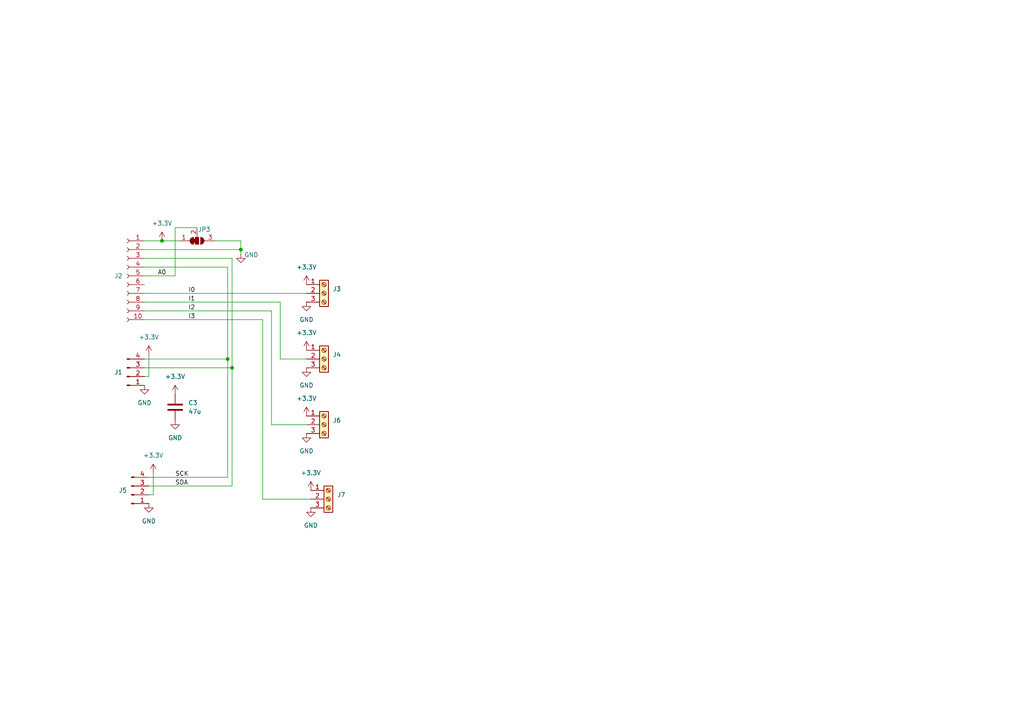
<source format=kicad_sch>
(kicad_sch (version 20250114) (generator "eeschema") (generator_version "9.0")
  (paper "A4")
  (title_block (title "Makeomatic Sensor Board (ASD1115)"))
  (lib_symbols
    (symbol "Connector:Conn_01x04_Pin" (pin_names (offset 1.016) (hide yes))
      (property "Reference" "J" (at 0 5.08 0))
      (property "Value" "Conn_01x04_Pin" (at 0 -7.62 0))
      (symbol "Conn_01x04_Pin_1_1"
        (rectangle (start 0.8636 2.667) (end 0 2.413) (stroke (width 0.1524)) (fill (type outline)))
        (rectangle (start 0.8636 0.127) (end 0 -0.127) (stroke (width 0.1524)) (fill (type outline)))
        (rectangle (start 0.8636 -2.413) (end 0 -2.667) (stroke (width 0.1524)) (fill (type outline)))
        (rectangle (start 0.8636 -4.953) (end 0 -5.207) (stroke (width 0.1524)) (fill (type outline)))
        (polyline (pts (xy 1.27 2.54) (xy 0.8636 2.54)) (stroke (width 0.1524)))
        (polyline (pts (xy 1.27 0) (xy 0.8636 0)) (stroke (width 0.1524)))
        (polyline (pts (xy 1.27 -2.54) (xy 0.8636 -2.54)) (stroke (width 0.1524)))
        (polyline (pts (xy 1.27 -5.08) (xy 0.8636 -5.08)) (stroke (width 0.1524)))
        (pin passive line (at 5.08 2.54 180) (length 3.81) (name "Pin_1") (number "1"))
        (pin passive line (at 5.08 0 180) (length 3.81) (name "Pin_2") (number "2"))
        (pin passive line (at 5.08 -2.54 180) (length 3.81) (name "Pin_3") (number "3"))
        (pin passive line (at 5.08 -5.08 180) (length 3.81) (name "Pin_4") (number "4"))
      )
    )
    (symbol "Connector:Conn_01x10_Socket" (pin_names (offset 1.016) (hide yes))
      (property "Reference" "J" (at 0 12.7 0))
      (property "Value" "Conn_01x10_Socket" (at 0 -15.24 0))
      (symbol "Conn_01x10_Socket_1_1"
        (polyline (pts (xy -1.27 10.16) (xy -0.508 10.16)) (stroke (width 0.1524)))
        (polyline (pts (xy -1.27 7.62) (xy -0.508 7.62)) (stroke (width 0.1524)))
        (polyline (pts (xy -1.27 5.08) (xy -0.508 5.08)) (stroke (width 0.1524)))
        (polyline (pts (xy -1.27 2.54) (xy -0.508 2.54)) (stroke (width 0.1524)))
        (polyline (pts (xy -1.27 0) (xy -0.508 0)) (stroke (width 0.1524)))
        (polyline (pts (xy -1.27 -2.54) (xy -0.508 -2.54)) (stroke (width 0.1524)))
        (polyline (pts (xy -1.27 -5.08) (xy -0.508 -5.08)) (stroke (width 0.1524)))
        (polyline (pts (xy -1.27 -7.62) (xy -0.508 -7.62)) (stroke (width 0.1524)))
        (polyline (pts (xy -1.27 -10.16) (xy -0.508 -10.16)) (stroke (width 0.1524)))
        (polyline (pts (xy -1.27 -12.7) (xy -0.508 -12.7)) (stroke (width 0.1524)))
        (arc (start 0 9.652) (mid -0.5058 10.16) (end 0 10.668) (stroke (width 0.1524)))
        (arc (start 0 7.112) (mid -0.5058 7.62) (end 0 8.128) (stroke (width 0.1524)))
        (arc (start 0 4.572) (mid -0.5058 5.08) (end 0 5.588) (stroke (width 0.1524)))
        (arc (start 0 2.032) (mid -0.5058 2.54) (end 0 3.048) (stroke (width 0.1524)))
        (arc (start 0 -0.508) (mid -0.5058 0) (end 0 0.508) (stroke (width 0.1524)))
        (arc (start 0 -3.048) (mid -0.5058 -2.54) (end 0 -2.032) (stroke (width 0.1524)))
        (arc (start 0 -5.588) (mid -0.5058 -5.08) (end 0 -4.572) (stroke (width 0.1524)))
        (arc (start 0 -8.128) (mid -0.5058 -7.62) (end 0 -7.112) (stroke (width 0.1524)))
        (arc (start 0 -10.668) (mid -0.5058 -10.16) (end 0 -9.652) (stroke (width 0.1524)))
        (arc (start 0 -13.208) (mid -0.5058 -12.7) (end 0 -12.192) (stroke (width 0.1524)))
        (pin passive line (at -5.08 10.16 0) (length 3.81) (name "Pin_1") (number "1"))
        (pin passive line (at -5.08 7.62 0) (length 3.81) (name "Pin_2") (number "2"))
        (pin passive line (at -5.08 5.08 0) (length 3.81) (name "Pin_3") (number "3"))
        (pin passive line (at -5.08 2.54 0) (length 3.81) (name "Pin_4") (number "4"))
        (pin passive line (at -5.08 0 0) (length 3.81) (name "Pin_5") (number "5"))
        (pin passive line (at -5.08 -2.54 0) (length 3.81) (name "Pin_6") (number "6"))
        (pin passive line (at -5.08 -5.08 0) (length 3.81) (name "Pin_7") (number "7"))
        (pin passive line (at -5.08 -7.62 0) (length 3.81) (name "Pin_8") (number "8"))
        (pin passive line (at -5.08 -10.16 0) (length 3.81) (name "Pin_9") (number "9"))
        (pin passive line (at -5.08 -12.7 0) (length 3.81) (name "Pin_10") (number "10"))
      )
    )
    (symbol "Connector:Screw_Terminal_01x03" (pin_names (offset 1.016) (hide yes))
      (property "Reference" "J" (at 0 5.08 0))
      (property "Value" "Screw_Terminal_01x03" (at 0 -5.08 0))
      (symbol "Screw_Terminal_01x03_1_1"
        (rectangle (start -1.27 3.81) (end 1.27 -3.81) (stroke (width 0.254)) (fill (type background)))
        (polyline (pts (xy -0.5334 2.8702) (xy 0.3302 2.032)) (stroke (width 0.1524)))
        (polyline (pts (xy -0.5334 0.3302) (xy 0.3302 -0.508)) (stroke (width 0.1524)))
        (polyline (pts (xy -0.5334 -2.2098) (xy 0.3302 -3.048)) (stroke (width 0.1524)))
        (polyline (pts (xy -0.3556 3.048) (xy 0.508 2.2098)) (stroke (width 0.1524)))
        (polyline (pts (xy -0.3556 0.508) (xy 0.508 -0.3302)) (stroke (width 0.1524)))
        (polyline (pts (xy -0.3556 -2.032) (xy 0.508 -2.8702)) (stroke (width 0.1524)))
        (circle (center 0 2.54) (radius 0.635) (stroke (width 0.1524)))
        (circle (center 0 0) (radius 0.635) (stroke (width 0.1524)))
        (circle (center 0 -2.54) (radius 0.635) (stroke (width 0.1524)))
        (pin passive line (at -5.08 2.54 0) (length 3.81) (name "Pin_1") (number "1"))
        (pin passive line (at -5.08 0 0) (length 3.81) (name "Pin_2") (number "2"))
        (pin passive line (at -5.08 -2.54 0) (length 3.81) (name "Pin_3") (number "3"))
      )
    )
    (symbol "Device:C" (pin_numbers (hide yes)) (pin_names (offset 0.254))
      (property "Reference" "C" (at 0.635 2.54 0))
      (property "Value" "C" (at 0.635 -2.54 0))
      (symbol "C_0_1"
        (polyline (pts (xy -2.032 0.762) (xy 2.032 0.762)) (stroke (width 0.508)))
        (polyline (pts (xy -2.032 -0.762) (xy 2.032 -0.762)) (stroke (width 0.508)))
      )
      (symbol "C_1_1"
        (pin passive line (at 0 3.81 270) (length 2.794) (name "~") (number "1"))
        (pin passive line (at 0 -3.81 90) (length 2.794) (name "~") (number "2"))
      )
    )
    (symbol "GND_1" (power) (pin_numbers (hide yes)) (pin_names (offset 0) (hide yes))
      (property "Value" "GND" (at 0 -3.81 0))
      (symbol "GND_1_0_1"
        (polyline (pts (xy 0 0) (xy 0 -1.27) (xy 1.27 -1.27) (xy 0 -2.54) (xy -1.27 -1.27) (xy 0 -1.27)))
      )
      (symbol "GND_1_1_1"
        (pin power_in line (at 0 0 270) (length 0) (name "~") (number "1"))
      )
    )
    (symbol "Jumper:SolderJumper_3_Bridged12" (pin_names (offset 0) (hide yes))
      (property "Reference" "JP" (at -2.54 -2.54 0))
      (property "Value" "SolderJumper_3_Bridged12" (at 0 2.794 0))
      (symbol "SolderJumper_3_Bridged12_0_1"
        (polyline (pts (xy -2.54 0) (xy -2.032 0)))
        (polyline (pts (xy -1.016 1.016) (xy -1.016 -1.016)))
        (rectangle (start -1.016 0.508) (end -0.508 -0.508) (fill (type outline)))
        (arc (start -1.016 -1.016) (mid -2.0275 0) (end -1.016 1.016))
        (arc (start -1.016 -1.016) (mid -2.0275 0) (end -1.016 1.016) (fill (type outline)))
        (rectangle (start -0.508 1.016) (end 0.508 -1.016) (fill (type outline)))
        (polyline (pts (xy 0 -1.27) (xy 0 -1.016)))
        (arc (start 1.016 1.016) (mid 2.0275 0) (end 1.016 -1.016))
        (arc (start 1.016 1.016) (mid 2.0275 0) (end 1.016 -1.016) (fill (type outline)))
        (polyline (pts (xy 1.016 1.016) (xy 1.016 -1.016)))
        (polyline (pts (xy 2.54 0) (xy 2.032 0)))
      )
      (symbol "SolderJumper_3_Bridged12_1_1"
        (pin passive line (at -5.08 0 0) (length 2.54) (name "A") (number "1"))
        (pin passive line (at 0 -3.81 90) (length 2.54) (name "C") (number "2"))
        (pin passive line (at 5.08 0 180) (length 2.54) (name "B") (number "3"))
      )
    )
    (symbol "power:+3.3V" (power) (pin_names (offset 0))
      (property "Value" "+3.3V" (at 0 3.556 0))
      (symbol "+3.3V_0_1"
        (polyline (pts (xy -0.762 1.27) (xy 0 2.54)))
        (polyline (pts (xy 0 2.54) (xy 0.762 1.27)))
        (polyline (pts (xy 0 0) (xy 0 2.54)))
      )
      (symbol "+3.3V_1_1"
        (pin power_in line (at 0 0 90) (length 0) (hide yes) (name "+3.3V") (number "1"))
      )
    )
    (symbol "power:GND" (power) (pin_names (offset 0))
      (property "Value" "GND" (at 0 -3.81 0))
      (symbol "GND_0_1"
        (polyline (pts (xy 0 0) (xy 0 -1.27) (xy 1.27 -1.27) (xy 0 -2.54) (xy -1.27 -1.27) (xy 0 -1.27)))
      )
      (symbol "GND_1_1"
        (pin power_in line (at 0 0 270) (length 0) (hide yes) (name "GND") (number "1"))
      )
    )
  )
  (junction (at 69.85 72.39))
  (junction (at 46.99 69.85))
  (junction (at 67.31 106.68))
  (junction (at 66.04 104.14))
  (wire (pts (xy 43.18 140.97) (xy 67.31 140.97)))
  (wire (pts (xy 46.99 69.85) (xy 41.91 69.85)))
  (wire (pts (xy 41.91 85.09) (xy 88.9 85.09)))
  (wire (pts (xy 41.91 90.17) (xy 78.74 90.17)))
  (wire (pts (xy 66.04 77.47) (xy 66.04 104.14)))
  (wire (pts (xy 41.91 104.14) (xy 66.04 104.14)))
  (wire (pts (xy 62.23 69.85) (xy 69.85 69.85)))
  (wire (pts (xy 46.99 69.85) (xy 52.07 69.85)))
  (wire (pts (xy 44.45 143.51) (xy 43.18 143.51)))
  (wire (pts (xy 44.45 137.16) (xy 44.45 143.51)))
  (wire (pts (xy 43.18 102.87) (xy 43.18 109.22)))
  (wire (pts (xy 43.18 138.43) (xy 66.04 138.43)))
  (wire (pts (xy 41.91 72.39) (xy 69.85 72.39)))
  (wire (pts (xy 78.74 123.19) (xy 88.9 123.19)))
  (wire (pts (xy 57.15 66.04) (xy 50.8 66.04)))
  (wire (pts (xy 81.28 87.63) (xy 81.28 104.14)))
  (wire (pts (xy 50.8 66.04) (xy 50.8 80.01)))
  (wire (pts (xy 41.91 106.68) (xy 67.31 106.68)))
  (wire (pts (xy 67.31 140.97) (xy 67.31 106.68)))
  (wire (pts (xy 41.91 74.93) (xy 67.31 74.93)))
  (wire (pts (xy 78.74 90.17) (xy 78.74 123.19)))
  (wire (pts (xy 43.18 109.22) (xy 41.91 109.22)))
  (wire (pts (xy 50.8 80.01) (xy 41.91 80.01)))
  (wire (pts (xy 66.04 138.43) (xy 66.04 104.14)))
  (wire (pts (xy 76.2 144.78) (xy 90.17 144.78)))
  (wire (pts (xy 69.85 72.39) (xy 69.85 73.66)))
  (wire (pts (xy 81.28 104.14) (xy 88.9 104.14)))
  (wire (pts (xy 67.31 74.93) (xy 67.31 106.68)))
  (wire (pts (xy 76.2 92.71) (xy 76.2 144.78)))
  (wire (pts (xy 41.91 92.71) (xy 76.2 92.71)))
  (wire (pts (xy 41.91 77.47) (xy 66.04 77.47)))
  (wire (pts (xy 69.85 69.85) (xy 69.85 72.39)))
  (wire (pts (xy 41.91 87.63) (xy 81.28 87.63)))
  (label "SDA" (at 50.8 140.97 0))
  (label "I1" (at 54.61 87.63 0))
  (label "I3" (at 54.61 92.71 0))
  (label "SCK" (at 50.8 138.43 0))
  (label "A0" (at 45.72 80.01 0))
  (label "I2" (at 54.61 90.17 0))
  (label "I0" (at 54.61 85.09 0))
  (symbol (lib_id "Device:C") (at 50.8 118.11 0) (unit 1)
    (property "Reference" "C3" (at 54.61 116.8399 0) (effects (justify left)))
    (property "Value" "47u" (at 54.61 119.3799 0) (effects (justify left)))
    (property "Footprint" "Capacitor_THT:C_Radial_D6.3mm_H11.0mm_P2.50mm" (effects (hide yes)))
    (property "Datasheet" "50YXM47MEFR6.3X11" (effects (hide yes)))
  )
  (symbol (lib_id "Connector:Screw_Terminal_01x03") (at 95.25 144.78 0) (unit 1)
    (property "Reference" "J7" (at 97.79 143.5099 0) (effects (justify left)))
    (property "Value" "Screw_Terminal_01x03" (effects (hide yes)))
    (property "Footprint" "TerminalBlock_Phoenix:TerminalBlock_Phoenix_MKDS-1,5-3-5.08_1x03_P5.08mm_Horizontal" (effects (hide yes)))
    (property "Description" "Generic screw terminal, single row, 01x03, script generated (kicad-library-utils/schlib/autogen/connector/)" (effects (hide yes)))
  )
  (symbol (lib_name "GND_1") (lib_id "power:GND") (at 90.17 147.32 0) (unit 1)
    (property "Reference" "#PWR014" (effects (hide yes)))
    (property "Value" "GND" (at 90.17 152.4 0))
    (property "Description" "Power symbol creates a global label with name \"GND\" , ground" (effects (hide yes)))
  )
  (symbol (lib_id "power:+3.3V") (at 46.99 69.85 0) (unit 1)
    (property "Reference" "#PWR01" (effects (hide yes)))
    (property "Value" "+3.3V" (at 46.99 64.77 0))
  )
  (symbol (lib_id "power:+3.3V") (at 88.9 101.6 0) (unit 1)
    (property "Reference" "#PWR06" (effects (hide yes)))
    (property "Value" "+3.3V" (at 88.9 96.52 0))
  )
  (symbol (lib_name "GND_1") (lib_id "power:GND") (at 88.9 87.63 0) (unit 1)
    (property "Reference" "#PWR07" (effects (hide yes)))
    (property "Value" "GND" (at 88.9 92.71 0))
    (property "Description" "Power symbol creates a global label with name \"GND\" , ground" (effects (hide yes)))
  )
  (symbol (lib_id "power:+3.3V") (at 43.18 102.87 0) (unit 1)
    (property "Reference" "#PWR04" (effects (hide yes)))
    (property "Value" "+3.3V" (at 43.18 97.79 0))
  )
  (symbol (lib_name "GND_1") (lib_id "power:GND") (at 88.9 125.73 0) (unit 1)
    (property "Reference" "#PWR012" (effects (hide yes)))
    (property "Value" "GND" (at 88.9 130.81 0))
    (property "Description" "Power symbol creates a global label with name \"GND\" , ground" (effects (hide yes)))
  )
  (symbol (lib_id "Connector:Screw_Terminal_01x03") (at 93.98 123.19 0) (unit 1)
    (property "Reference" "J6" (at 96.52 121.9199 0) (effects (justify left)))
    (property "Value" "Screw_Terminal_01x03" (effects (hide yes)))
    (property "Footprint" "TerminalBlock_Phoenix:TerminalBlock_Phoenix_MKDS-1,5-3-5.08_1x03_P5.08mm_Horizontal" (effects (hide yes)))
    (property "Description" "Generic screw terminal, single row, 01x03, script generated (kicad-library-utils/schlib/autogen/connector/)" (effects (hide yes)))
  )
  (symbol (lib_id "Connector:Conn_01x10_Socket") (at 36.83 80.01 0) (mirror y) (unit 1)
    (property "Reference" "J2" (at 35.56 80.0099 0) (effects (justify left)))
    (property "Value" "Conn_01x10_Socket" (effects (hide yes)))
    (property "Footprint" "Connector_PinHeader_2.54mm:PinHeader_1x10_P2.54mm_Vertical" (effects (hide yes)))
    (property "Description" "Generic connector, single row, 01x10, script generated" (effects (hide yes)))
  )
  (symbol (lib_id "power:+3.3V") (at 88.9 120.65 0) (unit 1)
    (property "Reference" "#PWR011" (effects (hide yes)))
    (property "Value" "+3.3V" (at 88.9 115.57 0))
  )
  (symbol (lib_name "GND_1") (lib_id "power:GND") (at 43.18 146.05 0) (unit 1)
    (property "Reference" "#PWR09" (effects (hide yes)))
    (property "Value" "GND" (at 43.18 151.13 0))
    (property "Description" "Power symbol creates a global label with name \"GND\" , ground" (effects (hide yes)))
  )
  (symbol (lib_id "Connector:Screw_Terminal_01x03") (at 93.98 104.14 0) (unit 1)
    (property "Reference" "J4" (at 96.52 102.8699 0) (effects (justify left)))
    (property "Value" "Screw_Terminal_01x03" (effects (hide yes)))
    (property "Footprint" "TerminalBlock_Phoenix:TerminalBlock_Phoenix_MKDS-1,5-3-5.08_1x03_P5.08mm_Horizontal" (effects (hide yes)))
    (property "Description" "Generic screw terminal, single row, 01x03, script generated (kicad-library-utils/schlib/autogen/connector/)" (effects (hide yes)))
  )
  (symbol (lib_name "GND_1") (lib_id "power:GND") (at 41.91 111.76 0) (unit 1)
    (property "Reference" "#PWR03" (effects (hide yes)))
    (property "Value" "GND" (at 41.91 116.84 0))
    (property "Description" "Power symbol creates a global label with name \"GND\" , ground" (effects (hide yes)))
  )
  (symbol (lib_id "Connector:Conn_01x04_Pin") (at 36.83 109.22 0) (mirror x) (unit 1)
    (property "Reference" "J1" (at 35.56 107.9499 0) (effects (justify right)))
    (property "Value" "Conn_01x04_Pin" (effects (hide yes)))
    (property "Footprint" "Connector_PinHeader_2.54mm:PinHeader_1x04_P2.54mm_Vertical" (effects (hide yes)))
    (property "Description" "Generic connector, single row, 01x04, script generated" (effects (hide yes)))
  )
  (symbol (lib_id "power:+3.3V") (at 88.9 82.55 0) (unit 1)
    (property "Reference" "#PWR05" (effects (hide yes)))
    (property "Value" "+3.3V" (at 88.9 77.47 0))
  )
  (symbol (lib_name "GND_1") (lib_id "power:GND") (at 88.9 106.68 0) (unit 1)
    (property "Reference" "#PWR08" (effects (hide yes)))
    (property "Value" "GND" (at 88.9 111.76 0))
    (property "Description" "Power symbol creates a global label with name \"GND\" , ground" (effects (hide yes)))
  )
  (symbol (lib_id "Connector:Screw_Terminal_01x03") (at 93.98 85.09 0) (unit 1)
    (property "Reference" "J3" (at 96.52 83.8199 0) (effects (justify left)))
    (property "Value" "Screw_Terminal_01x03" (effects (hide yes)))
    (property "Footprint" "TerminalBlock_Phoenix:TerminalBlock_Phoenix_MKDS-1,5-3-5.08_1x03_P5.08mm_Horizontal" (effects (hide yes)))
    (property "Description" "Generic screw terminal, single row, 01x03, script generated (kicad-library-utils/schlib/autogen/connector/)" (effects (hide yes)))
  )
  (symbol (lib_id "power:GND") (at 50.8 121.92 0) (unit 1)
    (property "Reference" "#PWR037" (effects (hide yes)))
    (property "Value" "GND" (at 50.8 127 0))
  )
  (symbol (lib_id "Connector:Conn_01x04_Pin") (at 38.1 143.51 0) (mirror x) (unit 1)
    (property "Reference" "J5" (at 36.83 142.2399 0) (effects (justify right)))
    (property "Value" "Conn_01x04_Pin" (effects (hide yes)))
    (property "Footprint" "Connector_PinHeader_2.54mm:PinHeader_1x04_P2.54mm_Vertical" (effects (hide yes)))
    (property "Description" "Generic connector, single row, 01x04, script generated" (effects (hide yes)))
  )
  (symbol (lib_id "power:+3.3V") (at 44.45 137.16 0) (unit 1)
    (property "Reference" "#PWR010" (effects (hide yes)))
    (property "Value" "+3.3V" (at 44.45 132.08 0))
  )
  (symbol (lib_id "Jumper:SolderJumper_3_Bridged12") (at 57.15 69.85 0) (mirror x) (unit 1)
    (property "Reference" "JP3" (at 57.404 66.548 0) (effects (justify left)))
    (property "Value" "SolderJumper_3_Bridged12" (effects (hide yes)))
    (property "Footprint" "Jumper:SolderJumper-3_P1.3mm_Bridged12_RoundedPad1.0x1.5mm_NumberLabels" (effects (hide yes)))
  )
  (symbol (lib_id "power:+3.3V") (at 50.8 114.3 0) (unit 1)
    (property "Reference" "#PWR036" (effects (hide yes)))
    (property "Value" "+3.3V" (at 50.8 109.22 0))
  )
  (symbol (lib_id "power:+3.3V") (at 90.17 142.24 0) (unit 1)
    (property "Reference" "#PWR013" (effects (hide yes)))
    (property "Value" "+3.3V" (at 90.17 137.16 0))
  )
  (symbol (lib_id "power:GND") (at 69.85 73.66 0) (unit 1)
    (property "Reference" "#PWR02" (effects (hide yes)))
    (property "Value" "GND" (at 72.898 73.914 0))
  )
)
</source>
